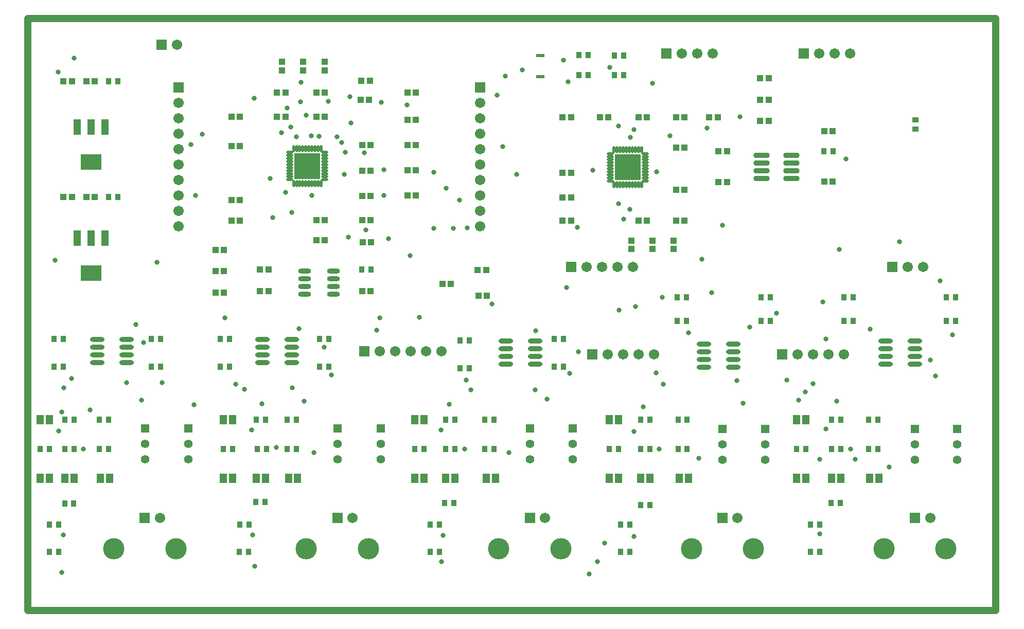
<source format=gts>
%FSTAX23Y23*%
%MOIN*%
%SFA1B1*%

%IPPOS*%
%ADD25C,0.047240*%
%ADD38R,0.051310X0.063120*%
%ADD39R,0.035560X0.043430*%
%ADD40O,0.106420X0.035560*%
%ADD41O,0.094610X0.031620*%
%ADD42R,0.043430X0.035560*%
%ADD43R,0.039500X0.043430*%
%ADD44R,0.043430X0.039500*%
%ADD45R,0.027690X0.019810*%
%ADD46R,0.047370X0.102490*%
%ADD47R,0.137920X0.102490*%
%ADD48O,0.082800X0.031620*%
%ADD49R,0.169420X0.169420*%
%ADD50O,0.045400X0.017840*%
%ADD51O,0.017840X0.045400*%
%ADD52C,0.055240*%
%ADD53R,0.055240X0.055240*%
%ADD54R,0.067060X0.067060*%
%ADD55C,0.067060*%
%ADD56R,0.067060X0.067060*%
%ADD57C,0.137920*%
%ADD58C,0.033000*%
%LNhanc_analog-1*%
%LPD*%
G54D25*
X01Y01D02*
X0727D01*
Y04835*
X01D02*
X0727D01*
X01Y01D02*
Y04835D01*
G54D38*
X05029Y01855D03*
X0497D03*
X03505Y02235D03*
X03564D03*
X02539Y01855D03*
X0248D03*
X0108D03*
X01139D03*
X0108Y02235D03*
X01139D03*
X01299Y01855D03*
X0124D03*
X02265D03*
X02324D03*
X02265Y02235D03*
X02324D03*
X03505Y01855D03*
X03564D03*
X03764D03*
X03705D03*
X04765D03*
X04824D03*
X04765Y02235D03*
X04824D03*
X0598Y01855D03*
X06039D03*
X0598Y02235D03*
X06039D03*
X06264Y01855D03*
X06205D03*
X05278D03*
X05219D03*
X04027D03*
X03968D03*
X02746D03*
X02687D03*
X01529D03*
X0147D03*
X06512D03*
X06453D03*
G54D39*
X03764Y02235D03*
X03705D03*
X02539D03*
X0248D03*
X01299D03*
X0124D03*
X02265Y02045D03*
X02324D03*
X02485D03*
X02544D03*
X0124D03*
X01299D03*
X0108D03*
X01139D03*
X04629Y0447D03*
X0457D03*
X048D03*
X04859D03*
X04629Y046D03*
X0457D03*
X048Y04595D03*
X04859D03*
X02304Y0276D03*
X02245D03*
X02304Y0258D03*
X02245D03*
X06344Y02875D03*
X06285D03*
X06344Y0303D03*
X06285D03*
X01229Y0276D03*
X0117D03*
X01229Y0258D03*
X0117D03*
X03859Y0275D03*
X038D03*
X03859Y0257D03*
X038D03*
X05264Y0303D03*
X05205D03*
X05264Y02875D03*
X05205D03*
X018Y0276D03*
X01859D03*
Y0258D03*
X018D03*
X01199Y01555D03*
X0114D03*
Y0138D03*
X01199D03*
X0289Y0276D03*
X02949D03*
Y0258D03*
X0289D03*
X02432Y01555D03*
X02372D03*
X0237Y0138D03*
X02429D03*
X06129Y01555D03*
X0607D03*
Y0138D03*
X06129D03*
X0695Y0303D03*
X0701D03*
Y02875D03*
X0695D03*
X0441Y0276D03*
X04469D03*
Y0258D03*
X0441D03*
X03664Y01555D03*
X03605D03*
Y0138D03*
X03664D03*
X0575Y0303D03*
X05809D03*
Y02875D03*
X0575D03*
X04897Y01555D03*
X04837D03*
Y0138D03*
X04897D03*
X03221Y0321D03*
X03162D03*
X03705Y02045D03*
X03764D03*
X03505D03*
X03564D03*
X0497D03*
X05029D03*
X04765D03*
X04824D03*
X06205D03*
X06264D03*
Y02235D03*
X06205D03*
X0598Y02045D03*
X06039D03*
X01582Y0368D03*
X01523D03*
Y0443D03*
X01582D03*
X06214Y03975D03*
X06155D03*
X05028Y01684D03*
X04969D03*
X0527Y02235D03*
X05211D03*
X0527Y02045D03*
X05211D03*
X03757Y01695D03*
X03698D03*
X04019Y02235D03*
X0396D03*
X04019Y02045D03*
X0396D03*
X02738Y02235D03*
X02679D03*
X02738Y02045D03*
X02679D03*
X01521D03*
X01462D03*
X01521Y02235D03*
X01462D03*
X06261Y01695D03*
X06202D03*
X06504Y02235D03*
X06445D03*
X06504Y02045D03*
X06445D03*
X01296Y01693D03*
X01237D03*
X02534Y01703D03*
X02475D03*
X05029Y02235D03*
X0497D03*
G54D40*
X05946Y038D03*
Y0385D03*
Y039D03*
Y0395D03*
X05753Y038D03*
Y0385D03*
Y039D03*
Y0395D03*
G54D41*
X02709Y02605D03*
Y02655D03*
Y02705D03*
Y02755D03*
X0252Y02605D03*
Y02655D03*
Y02705D03*
Y02755D03*
X04284Y02595D03*
Y02645D03*
Y02695D03*
Y02745D03*
X04095Y02595D03*
Y02645D03*
Y02695D03*
Y02745D03*
X05569Y02575D03*
Y02625D03*
Y02675D03*
Y02725D03*
X0538Y02575D03*
Y02625D03*
Y02675D03*
Y02725D03*
X01639Y02605D03*
Y02655D03*
Y02705D03*
Y02755D03*
X0145Y02605D03*
Y02655D03*
Y02705D03*
Y02755D03*
X06745Y02595D03*
Y02645D03*
Y02695D03*
Y02745D03*
X06556Y02595D03*
Y02645D03*
Y02695D03*
Y02745D03*
G54D42*
X0675Y04179D03*
Y0412D03*
G54D43*
X01285Y0368D03*
X0123D03*
X01377D03*
X01432D03*
X04462Y03677D03*
X04517D03*
X02612Y04355D03*
X02667D03*
X02922D03*
X02867D03*
X02612Y042D03*
X02667D03*
X05742Y04448D03*
X05797D03*
X05742Y0431D03*
X05797D03*
X05742Y04172D03*
X05797D03*
X03512Y0418D03*
X03457D03*
X0316Y04432D03*
X03216D03*
X03512Y04355D03*
X03457D03*
X03164Y0307D03*
X0322D03*
X02557D03*
X02502D03*
X02557Y0321D03*
X02502D03*
X0321Y04309D03*
X03155D03*
X02372Y042D03*
X02317D03*
X03512Y03853D03*
X03457D03*
X0322Y0385D03*
X03164D03*
X03512Y0369D03*
X03457D03*
X02922Y034D03*
X02867D03*
X02922Y0353D03*
X02867D03*
X0322D03*
X03164D03*
X03222Y03385D03*
X03167D03*
X03972Y0304D03*
X03917D03*
X03912Y03205D03*
X03967D03*
X03684Y03115D03*
X0374D03*
X0227Y0306D03*
X02215D03*
X0227Y03198D03*
X02215D03*
X0227Y03336D03*
X02215D03*
X05252Y04195D03*
X05197D03*
X04954D03*
X05009D03*
X05252Y04D03*
X05197D03*
X05527Y03775D03*
X05472D03*
X06157Y0378D03*
X06212D03*
X04705Y04195D03*
X0476D03*
X04517D03*
X04462D03*
X05009Y03526D03*
X04954D03*
X05197D03*
X05252D03*
Y03725D03*
X05197D03*
X06212Y04105D03*
X06157D03*
X02867Y042D03*
X02922D03*
X05467Y04195D03*
X05412D03*
X0322Y04016D03*
X03164D03*
X03457D03*
X03512D03*
X0322Y03685D03*
X03164D03*
X0123Y0443D03*
X01285D03*
X01432D03*
X01377D03*
X02317Y0366D03*
X02372D03*
Y0401D03*
X02317D03*
X04462Y03525D03*
X04517D03*
X04462Y03835D03*
X04517D03*
X05527Y03975D03*
X05472D03*
X02317Y03525D03*
X02372D03*
G54D44*
X04907Y03341D03*
Y03396D03*
X05183Y03341D03*
Y03396D03*
X02645Y045D03*
Y04555D03*
X02783Y045D03*
Y04555D03*
X02921Y045D03*
Y04555D03*
X05045Y03341D03*
Y03396D03*
G54D45*
X04332Y0446D03*
X04305D03*
X04333Y04595D03*
X04306D03*
G54D46*
X015Y03414D03*
X0141D03*
X01319D03*
Y04134D03*
X0141D03*
X015D03*
G54D47*
X0141Y03185D03*
Y03905D03*
G54D48*
X02977Y0305D03*
Y031D03*
Y0315D03*
Y032D03*
X02792Y0305D03*
Y031D03*
Y0315D03*
Y032D03*
G54D49*
X04885Y03871D03*
X0281Y0388D03*
G54D50*
X04998Y0396D03*
Y0394D03*
Y03921D03*
Y03901D03*
Y03881D03*
Y03861D03*
Y03842D03*
Y03822D03*
Y03802D03*
Y03783D03*
X04772D03*
Y03802D03*
Y03822D03*
Y03842D03*
Y03861D03*
Y03881D03*
Y03901D03*
Y03921D03*
Y0394D03*
Y0396D03*
X02696Y03968D03*
Y03948D03*
Y03929D03*
Y03909D03*
Y03889D03*
Y0387D03*
Y0385D03*
Y0383D03*
Y03811D03*
Y03791D03*
X02923D03*
Y03811D03*
Y0383D03*
Y0385D03*
Y0387D03*
Y03889D03*
Y03909D03*
Y03929D03*
Y03948D03*
Y03968D03*
G54D51*
X04974Y03758D03*
X04954D03*
X04934D03*
X04915D03*
X04895D03*
X04875D03*
X04855D03*
X04836D03*
X04816D03*
X04796D03*
Y03985D03*
X04816D03*
X04836D03*
X04855D03*
X04875D03*
X04895D03*
X04915D03*
X04934D03*
X04954D03*
X04974D03*
X02898Y03993D03*
X02878D03*
X02859D03*
X02839D03*
X02819D03*
X028D03*
X0278D03*
X0276D03*
X02741D03*
X02721D03*
Y03766D03*
X02741D03*
X0276D03*
X0278D03*
X028D03*
X02819D03*
X02839D03*
X02859D03*
X02878D03*
X02898D03*
G54D52*
X02037Y0198D03*
Y0208D03*
X0176Y0198D03*
Y0208D03*
X03285Y0198D03*
Y0208D03*
X03005Y0198D03*
Y0208D03*
X04528Y0198D03*
Y0208D03*
X04251Y0198D03*
Y0208D03*
X05775Y01975D03*
Y02075D03*
X055Y01975D03*
Y02075D03*
X07017Y01975D03*
Y02075D03*
X06745Y01975D03*
Y02075D03*
G54D53*
X02037Y0218D03*
X0176D03*
X03285D03*
X03005D03*
X04528D03*
X04251D03*
X05775Y02175D03*
X055D03*
X07017D03*
X06745D03*
G54D54*
X01865Y04665D03*
X05135Y0461D03*
X05885Y0266D03*
X0318Y0268D03*
X04655Y0266D03*
X0452Y03225D03*
X066D03*
X06025Y0461D03*
G54D55*
X01965Y04665D03*
X01975Y0419D03*
Y0349D03*
Y0359D03*
Y0369D03*
Y0379D03*
Y0389D03*
Y0399D03*
Y0409D03*
Y0429D03*
X0393Y0419D03*
Y0349D03*
Y0359D03*
Y0369D03*
Y0379D03*
Y0389D03*
Y0399D03*
Y0409D03*
Y0429D03*
X01855Y016D03*
X03102D03*
X04349D03*
X05596D03*
X06844D03*
X05435Y0461D03*
X05335D03*
X05235D03*
X06285Y0266D03*
X06185D03*
X06085D03*
X05985D03*
X0328Y0268D03*
X0338D03*
X0348D03*
X0358D03*
X0368D03*
X05055Y0266D03*
X04955D03*
X04855D03*
X04755D03*
X0492Y03225D03*
X0482D03*
X0472D03*
X0462D03*
X067D03*
X068D03*
X06125Y0461D03*
X06225D03*
X06325D03*
G54D56*
X01975Y0439D03*
X0393D03*
X01756Y016D03*
X03004D03*
X04251D03*
X05498D03*
X06745D03*
G54D57*
X01556Y014D03*
X01957D03*
X02803D03*
X03204D03*
X0405D03*
X04452D03*
X05297D03*
X05699D03*
X06545D03*
X06946D03*
G54D58*
X02703Y04133D03*
X03086Y04328D03*
X02835Y04075D03*
X03002Y04068D03*
X03092Y04159D03*
X02885Y04071D03*
X02585Y03547D03*
X0257Y03798D03*
X04901Y04066D03*
X03475Y033D03*
X0511Y0303D03*
X04005Y02985D03*
X0691Y03135D03*
X04165Y03825D03*
X04075Y04005D03*
X0615Y03D03*
X0543Y0306D03*
X05365Y03275D03*
X063Y03925D03*
X05072Y03842D03*
X06645Y0339D03*
X0404Y0434D03*
X06255Y0334D03*
X0363Y0384D03*
X01175Y0327D03*
X0318Y03965D03*
X0326Y02815D03*
X0213Y04085D03*
X0305Y03825D03*
X03305Y0369D03*
Y03855D03*
X0483Y02945D03*
X0585Y02925D03*
X04935Y0297D03*
X03535Y029D03*
X05675Y02835D03*
X0528Y028D03*
X0617Y0276D03*
X0699Y02785D03*
X02344Y02465D03*
X04565Y02675D03*
X02965Y02525D03*
X0451Y02535D03*
X0292Y02705D03*
X06085Y0247D03*
X06035Y02415D03*
X0507Y0254D03*
X0469Y01315D03*
X04735Y01435D03*
X0368Y01315D03*
X04635Y01235D03*
X0247Y01285D03*
X0122Y01245D03*
X04925Y0148D03*
X0624Y02355D03*
X02515Y0234D03*
X0122Y02285D03*
X0617Y02175D03*
X0613Y01495D03*
X012Y02164D03*
X0136Y02045D03*
X0633D03*
X04925Y0216D03*
X0509Y02045D03*
X03675Y0217D03*
X0383Y02045D03*
X0369Y01485D03*
X0245Y0217D03*
X0261Y02055D03*
X02455Y0149D03*
X0123D03*
X02055Y0402D03*
X02085Y0369D03*
X01835Y03255D03*
X0175Y02735D03*
X0187Y02475D03*
X03075Y0342D03*
X03335Y0341D03*
X03455Y04275D03*
X0371Y03735D03*
X02465Y0432D03*
X02945Y043D03*
X03055Y0397D03*
X01195Y0449D03*
X045Y04425D03*
X0447Y04565D03*
X013Y0458D03*
X054Y04125D03*
X0363Y03475D03*
X03795Y0366D03*
X03755Y03475D03*
X03845Y0348D03*
X02275Y02895D03*
X0328D03*
X0319Y03465D03*
X055Y03495D03*
X0284Y0369D03*
X0516Y04075D03*
X0271Y0358D03*
X05045Y04415D03*
X0477Y0452D03*
X049Y036D03*
X0486Y03535D03*
X04925Y04117D03*
X04826Y03635D03*
X04657Y03853D03*
X02738Y0407D03*
X04559Y03483D03*
X04825Y0414D03*
X0267Y0371D03*
X03032Y04032D03*
X03289Y04291D03*
X04202Y04503D03*
X04092Y04462D03*
X06845Y02622D03*
X05344Y01985D03*
X04114Y02023D03*
X02851D03*
X0449Y03093D03*
X01698Y02853D03*
X02755Y02826D03*
X06579Y0193D03*
X06879Y0252D03*
X06454Y02824D03*
X04287Y02813D03*
X0279Y02357D03*
X03727Y02336D03*
X04362Y02368D03*
X04985Y0232D03*
X05633Y02342D03*
X05993Y02361D03*
X05915Y02491D03*
X03838Y02493D03*
X04285Y02428D03*
X05613Y04198D03*
X02802Y04209D03*
X02767Y04423D03*
X02678Y04255D03*
X02765Y04296D03*
X02643Y04096D03*
X06357Y01978D03*
X06127D03*
X05114Y02466D03*
X05592Y02489D03*
X03867Y02429D03*
X02401Y02434D03*
X02711Y02441D03*
X02076Y02332D03*
X01736Y02363D03*
X01401Y02298D03*
X01281Y02503D03*
X01637Y02475D03*
X01231Y02441D03*
M02*
</source>
